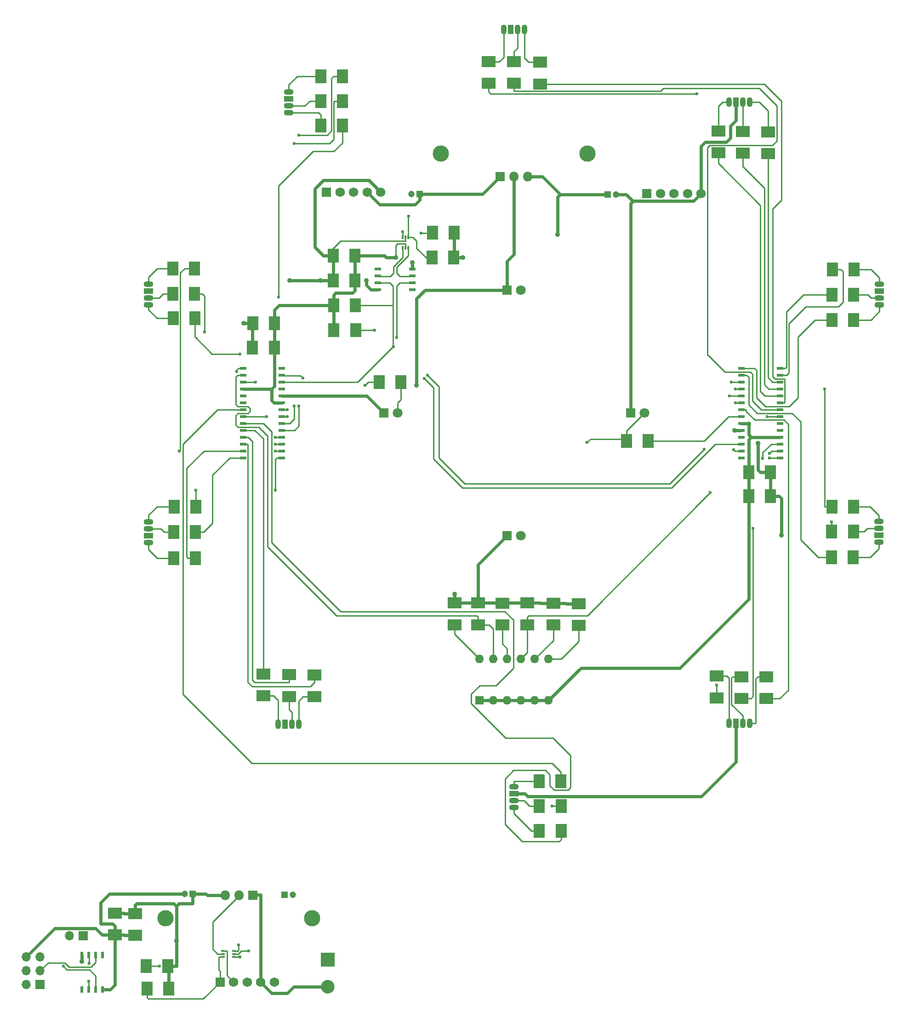
<source format=gtl>
G04 #@! TF.FileFunction,Copper,L1,Top,Signal*
%FSLAX46Y46*%
G04 Gerber Fmt 4.6, Leading zero omitted, Abs format (unit mm)*
G04 Created by KiCad (PCBNEW 4.0.7) date 02/24/18 14:32:59*
%MOMM*%
%LPD*%
G01*
G04 APERTURE LIST*
%ADD10C,0.100000*%
%ADD11C,3.000000*%
%ADD12R,1.200000X1.200000*%
%ADD13C,1.200000*%
%ADD14R,2.000000X2.500000*%
%ADD15R,2.500000X2.000000*%
%ADD16O,1.800000X1.070000*%
%ADD17R,1.800000X1.070000*%
%ADD18O,1.070000X1.800000*%
%ADD19R,1.070000X1.800000*%
%ADD20R,1.800000X1.800000*%
%ADD21C,1.800000*%
%ADD22R,1.750000X1.750000*%
%ADD23C,1.750000*%
%ADD24R,1.700000X1.700000*%
%ADD25O,1.700000X1.700000*%
%ADD26R,2.500000X2.500000*%
%ADD27C,2.500000*%
%ADD28R,1.600000X1.600000*%
%ADD29O,1.600000X1.600000*%
%ADD30O,1.800000X1.800000*%
%ADD31R,0.375000X0.800000*%
%ADD32R,0.300000X0.800000*%
%ADD33R,1.143000X0.508000*%
%ADD34R,0.800000X0.375000*%
%ADD35R,0.800000X0.300000*%
%ADD36R,0.508000X1.143000*%
%ADD37C,0.900000*%
%ADD38C,0.600000*%
%ADD39C,0.600000*%
%ADD40C,0.250000*%
G04 APERTURE END LIST*
D10*
D11*
X79514800Y-43230800D03*
X106514800Y-43230800D03*
D12*
X75590400Y-50698400D03*
D13*
X74090400Y-50698400D03*
D12*
X110286800Y-50749200D03*
D13*
X111786800Y-50749200D03*
D14*
X59671200Y-61976000D03*
X63671200Y-61976000D03*
X59671200Y-66598800D03*
X63671200Y-66598800D03*
X44888400Y-74472800D03*
X48888400Y-74472800D03*
X44837600Y-78943200D03*
X48837600Y-78943200D03*
X140226800Y-106324400D03*
X136226800Y-106324400D03*
X140226800Y-101904800D03*
X136226800Y-101904800D03*
D12*
X50749200Y-179679600D03*
D13*
X52249200Y-179679600D03*
D12*
X33832800Y-179527200D03*
D13*
X32332800Y-179527200D03*
D15*
X19456400Y-187064400D03*
X19456400Y-183064400D03*
X23215600Y-187166000D03*
X23215600Y-183166000D03*
D16*
X93014800Y-159766000D03*
D17*
X93014800Y-161036000D03*
D16*
X93014800Y-162306000D03*
X93014800Y-163576000D03*
D18*
X49530000Y-148285200D03*
D19*
X50800000Y-148285200D03*
D18*
X52070000Y-148285200D03*
X53340000Y-148285200D03*
D16*
X25704800Y-114808000D03*
D17*
X25704800Y-113538000D03*
D16*
X25704800Y-112268000D03*
X25704800Y-110998000D03*
X25654000Y-67259200D03*
D17*
X25654000Y-68529200D03*
D16*
X25654000Y-69799200D03*
X25654000Y-71069200D03*
X51511200Y-31902400D03*
D17*
X51511200Y-33172400D03*
D16*
X51511200Y-34442400D03*
X51511200Y-35712400D03*
D20*
X69037200Y-90932000D03*
D21*
X71577200Y-90932000D03*
D20*
X91744800Y-68326000D03*
D21*
X94284800Y-68326000D03*
D18*
X91084400Y-20320000D03*
D19*
X92354400Y-20320000D03*
D18*
X93624400Y-20320000D03*
X94894400Y-20320000D03*
X132638800Y-33731200D03*
D19*
X133908800Y-33731200D03*
D18*
X135178800Y-33731200D03*
X136448800Y-33731200D03*
D16*
X160324800Y-67259200D03*
D17*
X160324800Y-68529200D03*
D16*
X160324800Y-69799200D03*
X160324800Y-71069200D03*
X160223200Y-114757200D03*
D17*
X160223200Y-113487200D03*
D16*
X160223200Y-112217200D03*
X160223200Y-110947200D03*
D18*
X132588000Y-148132800D03*
D19*
X133858000Y-148132800D03*
D18*
X135128000Y-148132800D03*
X136398000Y-148132800D03*
D20*
X114452400Y-90982800D03*
D21*
X116992400Y-90982800D03*
D20*
X91694000Y-113588800D03*
D21*
X94234000Y-113588800D03*
D22*
X58470800Y-50292000D03*
D23*
X60970800Y-50292000D03*
X63470800Y-50292000D03*
X65970800Y-50292000D03*
X68470800Y-50292000D03*
D22*
X117449600Y-50596800D03*
D23*
X119949600Y-50596800D03*
X122449600Y-50596800D03*
X124949600Y-50596800D03*
X127449600Y-50596800D03*
D24*
X5689600Y-196189600D03*
D25*
X3149600Y-196189600D03*
X5689600Y-193649600D03*
X3149600Y-193649600D03*
X5689600Y-191109600D03*
X3149600Y-191109600D03*
D26*
X58674000Y-191668400D03*
D27*
X58674000Y-196668400D03*
D22*
X38862000Y-195783200D03*
D23*
X41362000Y-195783200D03*
X43862000Y-195783200D03*
X46362000Y-195783200D03*
X48862000Y-195783200D03*
D14*
X82010000Y-57810400D03*
X78010000Y-57810400D03*
X81908400Y-62382400D03*
X77908400Y-62382400D03*
X59772800Y-71170800D03*
X63772800Y-71170800D03*
X59823600Y-75692000D03*
X63823600Y-75692000D03*
D15*
X82092800Y-129965200D03*
X82092800Y-125965200D03*
X86360000Y-129965200D03*
X86360000Y-125965200D03*
X90881200Y-130016000D03*
X90881200Y-126016000D03*
X95453200Y-129965200D03*
X95453200Y-125965200D03*
X100228400Y-130016000D03*
X100228400Y-126016000D03*
X104902000Y-130117600D03*
X104902000Y-126117600D03*
D14*
X97618800Y-158800800D03*
X101618800Y-158800800D03*
X97669600Y-163322000D03*
X101669600Y-163322000D03*
X97669600Y-167894000D03*
X101669600Y-167894000D03*
D15*
X46837600Y-143071600D03*
X46837600Y-139071600D03*
X51562000Y-143173200D03*
X51562000Y-139173200D03*
X56235600Y-143224000D03*
X56235600Y-139224000D03*
D14*
X30308800Y-117703600D03*
X34308800Y-117703600D03*
X30308800Y-112877600D03*
X34308800Y-112877600D03*
X30410400Y-108204000D03*
X34410400Y-108204000D03*
X30156400Y-64363600D03*
X34156400Y-64363600D03*
X30156400Y-69037200D03*
X34156400Y-69037200D03*
X30207200Y-73558400D03*
X34207200Y-73558400D03*
X57385200Y-28956000D03*
X61385200Y-28956000D03*
X57385200Y-33528000D03*
X61385200Y-33528000D03*
X57385200Y-38049200D03*
X61385200Y-38049200D03*
X68154800Y-85293200D03*
X72154800Y-85293200D03*
D15*
X88290400Y-30295600D03*
X88290400Y-26295600D03*
X93014800Y-30295600D03*
X93014800Y-26295600D03*
X97790000Y-30397200D03*
X97790000Y-26397200D03*
X130657600Y-43046400D03*
X130657600Y-39046400D03*
X135128000Y-43148000D03*
X135128000Y-39148000D03*
X139801600Y-43198800D03*
X139801600Y-39198800D03*
D14*
X151619200Y-64516000D03*
X155619200Y-64516000D03*
X151568400Y-69189600D03*
X155568400Y-69189600D03*
X151568400Y-73863200D03*
X155568400Y-73863200D03*
X151466800Y-117551200D03*
X155466800Y-117551200D03*
X151517600Y-112826800D03*
X155517600Y-112826800D03*
X151568400Y-108254800D03*
X155568400Y-108254800D03*
D15*
X130352800Y-143427200D03*
X130352800Y-139427200D03*
X134874000Y-143528800D03*
X134874000Y-139528800D03*
X139496800Y-143579600D03*
X139496800Y-139579600D03*
D14*
X117722400Y-96113600D03*
X113722400Y-96113600D03*
X29381200Y-196951600D03*
X25381200Y-196951600D03*
X29228800Y-192836800D03*
X25228800Y-192836800D03*
D28*
X86664800Y-143865600D03*
D29*
X99364800Y-136245600D03*
X89204800Y-143865600D03*
X96824800Y-136245600D03*
X91744800Y-143865600D03*
X94284800Y-136245600D03*
X94284800Y-143865600D03*
X91744800Y-136245600D03*
X96824800Y-143865600D03*
X89204800Y-136245600D03*
X99364800Y-143865600D03*
X86664800Y-136245600D03*
D20*
X90474800Y-47447200D03*
D30*
X93014800Y-47447200D03*
X95554800Y-47447200D03*
D31*
X73537100Y-58588400D03*
X72462100Y-58588400D03*
D32*
X72999600Y-60588400D03*
X72999600Y-58588400D03*
D31*
X72462100Y-60588400D03*
X73537100Y-60588400D03*
D33*
X74256900Y-64477900D03*
X74256900Y-65747900D03*
X74256900Y-67017900D03*
X74256900Y-68287900D03*
X67906900Y-68287900D03*
X67906900Y-67017900D03*
X67906900Y-65747900D03*
X67906900Y-64477900D03*
X50190400Y-99237800D03*
X50190400Y-97967800D03*
X50190400Y-96697800D03*
X50190400Y-95427800D03*
X50190400Y-94157800D03*
X50190400Y-92887800D03*
X50190400Y-91617800D03*
X50190400Y-90347800D03*
X50190400Y-89077800D03*
X50190400Y-87807800D03*
X50190400Y-86537800D03*
X50190400Y-85267800D03*
X50190400Y-83997800D03*
X50190400Y-82727800D03*
X43078400Y-82727800D03*
X43078400Y-83997800D03*
X43078400Y-85267800D03*
X43078400Y-86537800D03*
X43078400Y-87807800D03*
X43078400Y-89077800D03*
X43078400Y-90347800D03*
X43078400Y-91617800D03*
X43078400Y-92887800D03*
X43078400Y-94157800D03*
X43078400Y-95427800D03*
X43078400Y-96697800D03*
X43078400Y-97967800D03*
X43078400Y-99237800D03*
X134874000Y-82727800D03*
X134874000Y-83997800D03*
X134874000Y-85267800D03*
X134874000Y-86537800D03*
X134874000Y-87807800D03*
X134874000Y-89077800D03*
X134874000Y-90347800D03*
X134874000Y-91617800D03*
X134874000Y-92887800D03*
X134874000Y-94157800D03*
X134874000Y-95427800D03*
X134874000Y-96697800D03*
X134874000Y-97967800D03*
X134874000Y-99237800D03*
X141986000Y-99237800D03*
X141986000Y-97967800D03*
X141986000Y-96697800D03*
X141986000Y-95427800D03*
X141986000Y-94157800D03*
X141986000Y-92887800D03*
X141986000Y-91617800D03*
X141986000Y-90347800D03*
X141986000Y-89077800D03*
X141986000Y-87807800D03*
X141986000Y-86537800D03*
X141986000Y-85267800D03*
X141986000Y-83997800D03*
X141986000Y-82727800D03*
D20*
X44856400Y-179781200D03*
D30*
X42316400Y-179781200D03*
X39776400Y-179781200D03*
D34*
X39386000Y-190064100D03*
X39386000Y-191139100D03*
D35*
X41386000Y-190601600D03*
X39386000Y-190601600D03*
D34*
X41386000Y-191139100D03*
X41386000Y-190064100D03*
D36*
X13436600Y-190779400D03*
X14706600Y-190779400D03*
X15976600Y-190779400D03*
X17246600Y-190779400D03*
X17246600Y-197129400D03*
X15976600Y-197129400D03*
X14706600Y-197129400D03*
X13436600Y-197129400D03*
D11*
X55816400Y-184048400D03*
X28816400Y-184048400D03*
D24*
X13614400Y-187198000D03*
D25*
X11074400Y-187198000D03*
D37*
X57302400Y-66586100D03*
X65811400Y-66598800D03*
X133652400Y-94157800D03*
X43238300Y-74472800D03*
X51685000Y-66598800D03*
X75057000Y-85859000D03*
X137955000Y-96584700D03*
X142239900Y-113487000D03*
X82092800Y-124314900D03*
X74244200Y-63309500D03*
X83558500Y-62382400D03*
X136227000Y-93037800D03*
X71247000Y-62382400D03*
X101041200Y-58115200D03*
D38*
X106476800Y-96367600D03*
X76454000Y-84582000D03*
X70764400Y-78765400D03*
X67348100Y-75730100D03*
X133477000Y-97751900D03*
X128028700Y-97650300D03*
X77063600Y-84023200D03*
X54127400Y-84569300D03*
X71412100Y-77063600D03*
X41938800Y-83339600D03*
X45427400Y-85267800D03*
X129171900Y-105642200D03*
X140017900Y-99237800D03*
X140017900Y-98437700D03*
X138777300Y-99354800D03*
X51262000Y-90347800D03*
X65551700Y-85859000D03*
X99969800Y-163322000D03*
X47394300Y-91617800D03*
X49016400Y-105225600D03*
X34410400Y-105225600D03*
X31387900Y-97967800D03*
X49016400Y-97967800D03*
X35982400Y-76073000D03*
X49016400Y-96697800D03*
X42563900Y-80130800D03*
X49016400Y-95427800D03*
X53356100Y-39799300D03*
X53356100Y-89722700D03*
X52485100Y-41396100D03*
X52485100Y-89722700D03*
X49637700Y-69595700D03*
X51262000Y-91617800D03*
X126649900Y-32172400D03*
X139605700Y-91637600D03*
X133002300Y-85267800D03*
X151518000Y-111076900D03*
X150192900Y-86537800D03*
X133802400Y-86537800D03*
X130353000Y-141126800D03*
X132727200Y-87807800D03*
X137027100Y-112236000D03*
X133802400Y-89077800D03*
X73558400Y-54724300D03*
X75920600Y-57848500D03*
X72478900Y-57619900D03*
X44145200Y-190017400D03*
D37*
X13436600Y-192000600D03*
X30816500Y-188170400D03*
D38*
X9969500Y-192849500D03*
X27728700Y-192837000D03*
X14706600Y-195643500D03*
X42519600Y-191135000D03*
X14770100Y-192328800D03*
X42265600Y-188963300D03*
D39*
X68277400Y-52598600D02*
X65970800Y-50292000D01*
X74796700Y-52598600D02*
X68277400Y-52598600D01*
X75590400Y-51804900D02*
X74796700Y-52598600D01*
X75590400Y-50698400D02*
X75590400Y-51804900D01*
X87223600Y-50698400D02*
X90474800Y-47447200D01*
X75590400Y-50698400D02*
X87223600Y-50698400D01*
X67906900Y-68287900D02*
X66687700Y-68287900D01*
X57302400Y-66586100D02*
X57302400Y-66598800D01*
X65811400Y-67411600D02*
X65811400Y-66598800D01*
X66687700Y-68287900D02*
X65811400Y-67411600D01*
D40*
X72999600Y-58588400D02*
X72999600Y-59347100D01*
X61074300Y-59309000D02*
X59283600Y-61061600D01*
X72971502Y-59319002D02*
X61074300Y-59309000D01*
X72999600Y-59347100D02*
X72971502Y-59319002D01*
X59283600Y-61061600D02*
X59671200Y-61976000D01*
D39*
X133652400Y-94157800D02*
X134874000Y-94157800D01*
X65913000Y-87807800D02*
X50190400Y-87807800D01*
X69037200Y-90932000D02*
X65913000Y-87807800D01*
X75057000Y-71704200D02*
X75057000Y-85859000D01*
X75057000Y-69913500D02*
X75057000Y-71704200D01*
X76644500Y-68326000D02*
X75057000Y-69913500D01*
X91744800Y-68326000D02*
X76644500Y-68326000D01*
X82092800Y-125965000D02*
X83992900Y-125965000D01*
X86360000Y-125965000D02*
X83992900Y-125965000D01*
X113679400Y-50749200D02*
X114902100Y-51971900D01*
X111787000Y-50749200D02*
X113679400Y-50749200D01*
X140227000Y-106324000D02*
X140227000Y-101905000D01*
X59671200Y-61976000D02*
X59671200Y-66598800D01*
X90881200Y-125965000D02*
X90881200Y-126016000D01*
X102616000Y-126118000D02*
X104902000Y-126118000D01*
X102514000Y-126016000D02*
X102616000Y-126118000D01*
X100228000Y-126016000D02*
X102514000Y-126016000D01*
X97866100Y-126016000D02*
X100228000Y-126016000D01*
X97815100Y-125965000D02*
X97866100Y-126016000D01*
X95453200Y-125965000D02*
X97815100Y-125965000D01*
X44837600Y-74472800D02*
X44888400Y-74472800D01*
X137955000Y-101508100D02*
X137955000Y-96584700D01*
X138351900Y-101905000D02*
X137955000Y-101508100D01*
X140227000Y-101905000D02*
X138351900Y-101905000D01*
X142239900Y-106720900D02*
X142239900Y-113487000D01*
X141843000Y-106324000D02*
X142239900Y-106720900D01*
X140227000Y-106324000D02*
X141843000Y-106324000D01*
X59671200Y-66598800D02*
X57302400Y-66598800D01*
X57302400Y-66598800D02*
X51685000Y-66598800D01*
X126074900Y-51971900D02*
X114902100Y-51971900D01*
X127450000Y-50596800D02*
X126074900Y-51971900D01*
X86360000Y-118923000D02*
X86360000Y-125965000D01*
X91694000Y-113589000D02*
X86360000Y-118923000D01*
X82092800Y-125965000D02*
X82092800Y-124314900D01*
X93014800Y-61747400D02*
X93014800Y-47447200D01*
X91744800Y-63017400D02*
X93014800Y-61747400D01*
X91744800Y-68326000D02*
X91744800Y-63017400D01*
X133909000Y-37139900D02*
X133909000Y-33731200D01*
X132893000Y-38155900D02*
X133909000Y-37139900D01*
X132893000Y-40302500D02*
X132893000Y-38155900D01*
X132099300Y-41096200D02*
X132893000Y-40302500D01*
X128243800Y-41096200D02*
X132099300Y-41096200D01*
X127450000Y-41890000D02*
X128243800Y-41096200D01*
X127450000Y-50596800D02*
X127450000Y-41890000D01*
X114452000Y-52422000D02*
X114902100Y-51971900D01*
X114452000Y-90982800D02*
X114452000Y-52422000D01*
X133858000Y-155221900D02*
X133858000Y-148133000D01*
X127508000Y-161571900D02*
X133858000Y-155221900D01*
X95534800Y-161571900D02*
X127508000Y-161571900D01*
X94998900Y-161036000D02*
X95534800Y-161571900D01*
X93014800Y-161036000D02*
X94998900Y-161036000D01*
X93014800Y-161036000D02*
X93014800Y-161036000D01*
X66295600Y-48116800D02*
X68470800Y-50292000D01*
X57883100Y-48116800D02*
X66295600Y-48116800D01*
X56295600Y-49704300D02*
X57883100Y-48116800D01*
X56295600Y-60388500D02*
X56295600Y-49704300D01*
X57883100Y-61976000D02*
X56295600Y-60388500D01*
X59671200Y-61976000D02*
X57883100Y-61976000D01*
X86360000Y-125965000D02*
X90881200Y-125965000D01*
X95453200Y-125965000D02*
X90881200Y-125965000D01*
X43238300Y-74472800D02*
X44837600Y-74472800D01*
X44837600Y-74472800D02*
X44837600Y-78943200D01*
X74295000Y-63360300D02*
X74295000Y-64363600D01*
X74244200Y-63309500D02*
X74295000Y-63360300D01*
X74295000Y-64363600D02*
X74256900Y-64477900D01*
D40*
X72999600Y-60588400D02*
X72999600Y-59842400D01*
X71247000Y-62280800D02*
X71247000Y-62382400D01*
X71247000Y-60172600D02*
X71247000Y-62280800D01*
X71602600Y-59817000D02*
X71247000Y-60172600D01*
X72974200Y-59817000D02*
X71602600Y-59817000D01*
X72999600Y-59842400D02*
X72974200Y-59817000D01*
X71272400Y-62382400D02*
X71247000Y-62382400D01*
X71247000Y-62382400D02*
X71247000Y-62382400D01*
D39*
X48784400Y-89077800D02*
X50190400Y-89077800D01*
X48387500Y-88680900D02*
X48784400Y-89077800D01*
X48387500Y-86537800D02*
X48387500Y-88680900D01*
X136677100Y-95427800D02*
X141986000Y-95427800D01*
X136077000Y-92887800D02*
X134874000Y-92887800D01*
X136227000Y-93037800D02*
X136077000Y-92887800D01*
X48387500Y-86537800D02*
X43078400Y-86537800D01*
X89204800Y-143866000D02*
X86664800Y-143866000D01*
X89204800Y-143866000D02*
X91744800Y-143866000D01*
X91744800Y-143866000D02*
X94284800Y-143866000D01*
X94284800Y-143866000D02*
X96824800Y-143866000D01*
X96824800Y-143866000D02*
X99364800Y-143866000D01*
X69497700Y-62382400D02*
X71247000Y-62382400D01*
X69091300Y-61976000D02*
X69497700Y-62382400D01*
X63671200Y-61976000D02*
X69091300Y-61976000D01*
X136227000Y-94977700D02*
X136227000Y-93037800D01*
X136677100Y-95427800D02*
X136227000Y-94977700D01*
X136227000Y-106324000D02*
X136227000Y-101905000D01*
X48837600Y-74472800D02*
X48837600Y-78943200D01*
X48888400Y-74472800D02*
X48837600Y-74472800D01*
X59823600Y-71170800D02*
X59823600Y-75692000D01*
X59772800Y-71170800D02*
X59823600Y-71170800D01*
X63671200Y-61976000D02*
X63671200Y-66598800D01*
X82010000Y-62382400D02*
X81908400Y-62382400D01*
X136227000Y-95877900D02*
X136677100Y-95427800D01*
X136227000Y-101905000D02*
X136227000Y-95877900D01*
X48837600Y-86087700D02*
X48387500Y-86537800D01*
X48837600Y-78943200D02*
X48837600Y-86087700D01*
X59772800Y-69281700D02*
X59772800Y-71170800D01*
X60169700Y-68884800D02*
X59772800Y-69281700D01*
X63274300Y-68884800D02*
X60169700Y-68884800D01*
X63671200Y-68487900D02*
X63274300Y-68884800D01*
X63671200Y-66598800D02*
X63671200Y-68487900D01*
X98205100Y-47447200D02*
X95554800Y-47447200D01*
X101507100Y-50749200D02*
X98205100Y-47447200D01*
X101507100Y-50749200D02*
X110287000Y-50749200D01*
X101057000Y-51199300D02*
X101041200Y-58115200D01*
X101507100Y-50749200D02*
X101057000Y-51199300D01*
X49682200Y-71170800D02*
X59772800Y-71170800D01*
X48888400Y-71964600D02*
X49682200Y-71170800D01*
X48888400Y-74472800D02*
X48888400Y-71964600D01*
X105303900Y-137926900D02*
X99364800Y-143866000D01*
X123527000Y-137926900D02*
X105303900Y-137926900D01*
X136227000Y-125226900D02*
X123527000Y-137926900D01*
X136227000Y-106324000D02*
X136227000Y-125226900D01*
X83558500Y-62382400D02*
X82010000Y-62382400D01*
X82010000Y-62382400D02*
X82010000Y-57810400D01*
D40*
X71577200Y-90932000D02*
X71526400Y-90728800D01*
X94284800Y-68326000D02*
X94386400Y-68427600D01*
X72154800Y-88517900D02*
X72154800Y-85293200D01*
X71577200Y-89095500D02*
X72154800Y-88517900D01*
X71577200Y-90932000D02*
X71577200Y-89095500D01*
X88290400Y-26295600D02*
X88341200Y-26314400D01*
X91084400Y-25501900D02*
X91084400Y-20320000D01*
X90290700Y-26295600D02*
X91084400Y-25501900D01*
X88290400Y-26295600D02*
X90290700Y-26295600D01*
X93014800Y-26295600D02*
X93014800Y-26111200D01*
X93624400Y-23850700D02*
X93624400Y-20320000D01*
X93014800Y-24460300D02*
X93624400Y-23850700D01*
X93014800Y-26295600D02*
X93014800Y-24460300D01*
X94894400Y-20320000D02*
X94894400Y-20929600D01*
X97790000Y-26397200D02*
X97790000Y-26568400D01*
X95688200Y-26397200D02*
X97790000Y-26397200D01*
X94894400Y-25603500D02*
X95688200Y-26397200D01*
X94894400Y-20320000D02*
X94894400Y-25603500D01*
X131451800Y-33731200D02*
X132639000Y-33731200D01*
X130658000Y-34525000D02*
X131451800Y-33731200D01*
X130658000Y-39046400D02*
X130658000Y-34525000D01*
X135179000Y-37254700D02*
X135179000Y-33731200D01*
X135128000Y-37305700D02*
X135179000Y-37254700D01*
X135128000Y-39148000D02*
X135128000Y-37305700D01*
X138214500Y-33731200D02*
X136449000Y-33731200D01*
X139802000Y-35318700D02*
X138214500Y-33731200D01*
X139802000Y-39198800D02*
X139802000Y-35318700D01*
X160325000Y-66103500D02*
X160325000Y-67259200D01*
X158737500Y-64516000D02*
X160325000Y-66103500D01*
X155619000Y-64516000D02*
X158737500Y-64516000D01*
X158784600Y-69799200D02*
X160325000Y-69799200D01*
X158175000Y-69189600D02*
X158784600Y-69799200D01*
X155568000Y-69189600D02*
X158175000Y-69189600D01*
X160325000Y-72275700D02*
X160325000Y-71069200D01*
X158737500Y-73863200D02*
X160325000Y-72275700D01*
X155568000Y-73863200D02*
X158737500Y-73863200D01*
X160223000Y-115963500D02*
X160223000Y-114757000D01*
X158635500Y-117551000D02*
X160223000Y-115963500D01*
X155467000Y-117551000D02*
X158635500Y-117551000D01*
X107086400Y-95758000D02*
X113030000Y-95758000D01*
X106476800Y-96367600D02*
X107086400Y-95758000D01*
X113030000Y-95758000D02*
X113722400Y-96113600D01*
X113722000Y-94252800D02*
X116992000Y-90982800D01*
X113722000Y-96113600D02*
X113722000Y-94252800D01*
X70713600Y-78790800D02*
X70739000Y-78790800D01*
X130073400Y-96697800D02*
X134493000Y-96697800D01*
X122034300Y-104736900D02*
X130073400Y-96697800D01*
X83502500Y-104736900D02*
X122034300Y-104736900D01*
X78181200Y-99415600D02*
X83502500Y-104736900D01*
X78181200Y-86309200D02*
X78181200Y-99415600D01*
X76454000Y-84582000D02*
X78181200Y-86309200D01*
X70739000Y-78790800D02*
X70764400Y-78765400D01*
X134493000Y-96697800D02*
X134874000Y-96697800D01*
X70713600Y-71170800D02*
X70713600Y-78790800D01*
X70713600Y-78790800D02*
X70713600Y-78803500D01*
X64198500Y-85318600D02*
X50533300Y-85318600D01*
X70713600Y-78803500D02*
X64198500Y-85318600D01*
X50533300Y-85318600D02*
X50190400Y-85267800D01*
X63772800Y-71170800D02*
X70713600Y-71170800D01*
X70713600Y-71170800D02*
X70700900Y-71170800D01*
X67906900Y-67017900D02*
X70142100Y-67017900D01*
X70700900Y-67576700D02*
X70700900Y-71170800D01*
X70700900Y-71170800D02*
X70700900Y-71285100D01*
X70142100Y-67017900D02*
X70700900Y-67576700D01*
X63823600Y-75692000D02*
X67310000Y-75692000D01*
X67310000Y-75692000D02*
X67348100Y-75730100D01*
X133731000Y-98005900D02*
X134696200Y-98005900D01*
X133477000Y-97751900D02*
X133731000Y-98005900D01*
X121704100Y-103974900D02*
X128028700Y-97650300D01*
X83908900Y-103974900D02*
X121704100Y-103974900D01*
X79197200Y-99263200D02*
X83908900Y-103974900D01*
X79197200Y-86156800D02*
X79197200Y-99263200D01*
X77063600Y-84023200D02*
X79197200Y-86156800D01*
X134696200Y-98005900D02*
X134874000Y-97967800D01*
X71412100Y-71196200D02*
X71412100Y-77063600D01*
X53644800Y-84086700D02*
X50520600Y-84086700D01*
X54127400Y-84569300D02*
X53644800Y-84086700D01*
X50520600Y-84086700D02*
X50190400Y-83997800D01*
X74256900Y-67017900D02*
X71996300Y-67017900D01*
X71412100Y-67602100D02*
X71412100Y-71196200D01*
X71412100Y-71196200D02*
X71412100Y-71234300D01*
X71996300Y-67017900D02*
X71412100Y-67602100D01*
X134518400Y-97993200D02*
X134874000Y-97967800D01*
X42238800Y-82727800D02*
X43078400Y-82727800D01*
X41938800Y-83027800D02*
X42238800Y-82727800D01*
X41938800Y-83339600D02*
X41938800Y-83027800D01*
X82092800Y-131674000D02*
X82092800Y-129965000D01*
X86664800Y-136246000D02*
X82092800Y-131674000D01*
X42128600Y-83997800D02*
X43078400Y-83997800D01*
X41731700Y-84394700D02*
X42128600Y-83997800D01*
X41731700Y-89371800D02*
X41731700Y-84394700D01*
X42128600Y-89768700D02*
X41731700Y-89371800D01*
X44028200Y-89768700D02*
X42128600Y-89768700D01*
X44425100Y-90165600D02*
X44028200Y-89768700D01*
X44425100Y-90641800D02*
X44425100Y-90165600D01*
X44028200Y-91038700D02*
X44425100Y-90641800D01*
X42128600Y-91038700D02*
X44028200Y-91038700D01*
X41731700Y-91435600D02*
X42128600Y-91038700D01*
X41731700Y-93181800D02*
X41731700Y-91435600D01*
X42128600Y-93578700D02*
X41731700Y-93181800D01*
X46026900Y-93578700D02*
X42128600Y-93578700D01*
X47614400Y-95166200D02*
X46026900Y-93578700D01*
X47614400Y-115602500D02*
X47614400Y-95166200D01*
X60314400Y-128302500D02*
X47614400Y-115602500D01*
X86110000Y-128302500D02*
X60314400Y-128302500D01*
X86360000Y-128552500D02*
X86110000Y-128302500D01*
X86360000Y-129965000D02*
X86360000Y-128552500D01*
X89204800Y-130758800D02*
X89204800Y-136246000D01*
X88411100Y-129965000D02*
X89204800Y-130758800D01*
X86360000Y-129965000D02*
X88411100Y-129965000D01*
X45427400Y-85267800D02*
X43078400Y-85267800D01*
X90881200Y-133497400D02*
X90881200Y-130016000D01*
X91744800Y-134361000D02*
X90881200Y-133497400D01*
X91744800Y-136246000D02*
X91744800Y-134361000D01*
X106511700Y-128302500D02*
X129171900Y-105642200D01*
X95703200Y-128302500D02*
X106511700Y-128302500D01*
X95453200Y-128552500D02*
X95703200Y-128302500D01*
X95453200Y-129965000D02*
X95453200Y-128552500D01*
X140017900Y-99237800D02*
X141986000Y-99237800D01*
X140017900Y-99237800D02*
X140017900Y-99237800D01*
X95453200Y-135077600D02*
X94284800Y-136246000D01*
X95453200Y-129965000D02*
X95453200Y-135077600D01*
X140487800Y-97967800D02*
X141986000Y-97967800D01*
X140017900Y-98437700D02*
X140487800Y-97967800D01*
X100228000Y-132842800D02*
X100228000Y-130016000D01*
X96824800Y-136246000D02*
X100228000Y-132842800D01*
X140364800Y-96697800D02*
X141986000Y-96697800D01*
X138777300Y-98285300D02*
X140364800Y-96697800D01*
X138777300Y-99354800D02*
X138777300Y-98285300D01*
X104902000Y-133071000D02*
X104902000Y-130118000D01*
X101727000Y-136246000D02*
X104902000Y-133071000D01*
X99364800Y-136246000D02*
X101727000Y-136246000D01*
X50190400Y-90347800D02*
X50190400Y-90347800D01*
X51262000Y-90347800D02*
X50190400Y-90347800D01*
X51262000Y-90347800D02*
X51262000Y-90347800D01*
X66117500Y-85293200D02*
X68154800Y-85293200D01*
X65551700Y-85859000D02*
X66117500Y-85293200D01*
X132489700Y-91617800D02*
X134874000Y-91617800D01*
X127993900Y-96113600D02*
X132489700Y-91617800D01*
X117722000Y-96113600D02*
X127993900Y-96113600D01*
X101618800Y-157059900D02*
X101618800Y-158801000D01*
X100031300Y-155472400D02*
X101618800Y-157059900D01*
X44713000Y-155472400D02*
X100031300Y-155472400D01*
X32013000Y-142772400D02*
X44713000Y-155472400D01*
X32013000Y-96697800D02*
X32013000Y-142772400D01*
X38363000Y-90347800D02*
X32013000Y-96697800D01*
X43078400Y-90347800D02*
X38363000Y-90347800D01*
X101669600Y-162895200D02*
X101669600Y-163322000D01*
X101242800Y-163322000D02*
X101669600Y-162895200D01*
X99969800Y-163322000D02*
X101242800Y-163322000D01*
X47394300Y-91617800D02*
X43078400Y-91617800D01*
X101669600Y-169522300D02*
X101669600Y-167894000D01*
X101272700Y-169919200D02*
X101669600Y-169522300D01*
X94514600Y-169919200D02*
X101272700Y-169919200D01*
X91339600Y-166744200D02*
X94514600Y-169919200D01*
X91339600Y-158363300D02*
X91339600Y-166744200D01*
X92927100Y-156775800D02*
X91339600Y-158363300D01*
X98825100Y-156775800D02*
X92927100Y-156775800D01*
X99618800Y-157569600D02*
X98825100Y-156775800D01*
X99618800Y-159617200D02*
X99618800Y-157569600D01*
X100412600Y-160410900D02*
X99618800Y-159617200D01*
X102997100Y-160410900D02*
X100412600Y-160410900D01*
X103394000Y-160014000D02*
X102997100Y-160410900D01*
X103394000Y-154038100D02*
X103394000Y-160014000D01*
X100219000Y-150863100D02*
X103394000Y-154038100D01*
X91439600Y-150863100D02*
X100219000Y-150863100D01*
X85089600Y-144513100D02*
X91439600Y-150863100D01*
X85089600Y-142728200D02*
X85089600Y-144513100D01*
X86677100Y-141140700D02*
X85089600Y-142728200D01*
X89694900Y-141140700D02*
X86677100Y-141140700D01*
X92869900Y-137965700D02*
X89694900Y-141140700D01*
X92869900Y-129102400D02*
X92869900Y-137965700D01*
X91282400Y-127514900D02*
X92869900Y-129102400D01*
X61091300Y-127514900D02*
X91282400Y-127514900D01*
X48391300Y-114814900D02*
X61091300Y-127514900D01*
X48391300Y-94475300D02*
X48391300Y-114814900D01*
X46803800Y-92887800D02*
X48391300Y-94475300D01*
X43078400Y-92887800D02*
X46803800Y-92887800D01*
X45250100Y-94157800D02*
X43078400Y-94157800D01*
X46837600Y-95745300D02*
X45250100Y-94157800D01*
X46837600Y-139072000D02*
X46837600Y-95745300D01*
X51562000Y-140549100D02*
X51562000Y-139173000D01*
X45240700Y-140549100D02*
X51562000Y-140549100D01*
X44843800Y-140152200D02*
X45240700Y-140549100D01*
X44843800Y-96221600D02*
X44843800Y-140152200D01*
X44050100Y-95427800D02*
X44843800Y-96221600D01*
X43078400Y-95427800D02*
X44050100Y-95427800D01*
X56235600Y-140579300D02*
X56235600Y-139224000D01*
X55441900Y-141373000D02*
X56235600Y-140579300D01*
X44768800Y-141373000D02*
X55441900Y-141373000D01*
X43975000Y-140579300D02*
X44768800Y-141373000D01*
X43975000Y-96697800D02*
X43975000Y-140579300D01*
X43078400Y-96697800D02*
X43975000Y-96697800D01*
X32973400Y-117704000D02*
X34308800Y-117704000D01*
X32723400Y-117454000D02*
X32973400Y-117704000D01*
X32723400Y-101142800D02*
X32723400Y-117454000D01*
X35898400Y-97967800D02*
X32723400Y-101142800D01*
X43078400Y-97967800D02*
X35898400Y-97967800D01*
X40630500Y-99237800D02*
X43078400Y-99237800D01*
X37455500Y-102412800D02*
X40630500Y-99237800D01*
X37455500Y-111290500D02*
X37455500Y-102412800D01*
X35868000Y-112878000D02*
X37455500Y-111290500D01*
X34308800Y-112878000D02*
X35868000Y-112878000D01*
X49266400Y-99237800D02*
X50190400Y-99237800D01*
X49016400Y-99487800D02*
X49266400Y-99237800D01*
X49016400Y-105225600D02*
X49016400Y-99487800D01*
X34410400Y-105225600D02*
X34410400Y-108204000D01*
X32326100Y-64363600D02*
X34156400Y-64363600D01*
X31532300Y-65157400D02*
X32326100Y-64363600D01*
X31532300Y-97823400D02*
X31532300Y-65157400D01*
X31387900Y-97967800D02*
X31532300Y-97823400D01*
X49016400Y-97967800D02*
X50190400Y-97967800D01*
X35585500Y-69037200D02*
X34156400Y-69037200D01*
X35982400Y-69434100D02*
X35585500Y-69037200D01*
X35982400Y-76073000D02*
X35982400Y-69434100D01*
X49016400Y-96697800D02*
X50190400Y-96697800D01*
X34207200Y-76955800D02*
X34207200Y-73558400D01*
X37382200Y-80130800D02*
X34207200Y-76955800D01*
X42563900Y-80130800D02*
X37382200Y-80130800D01*
X49016400Y-95427800D02*
X50190400Y-95427800D01*
X59782100Y-28956000D02*
X61385200Y-28956000D01*
X59385200Y-29352900D02*
X59782100Y-28956000D01*
X59385200Y-39005500D02*
X59385200Y-29352900D01*
X58591500Y-39799300D02*
X59385200Y-39005500D01*
X53356100Y-39799300D02*
X58591500Y-39799300D01*
X52562300Y-94157800D02*
X50190400Y-94157800D01*
X53356100Y-93364100D02*
X52562300Y-94157800D01*
X53356100Y-89722700D02*
X53356100Y-93364100D01*
X59835300Y-33528000D02*
X61385200Y-33528000D01*
X59835300Y-40602300D02*
X59835300Y-33528000D01*
X59041600Y-41396100D02*
X59835300Y-40602300D01*
X52485100Y-41396100D02*
X59041600Y-41396100D01*
X51691300Y-92887800D02*
X50190400Y-92887800D01*
X52485100Y-92094100D02*
X51691300Y-92887800D01*
X52485100Y-89722700D02*
X52485100Y-92094100D01*
X61385200Y-41231400D02*
X61385200Y-38049200D01*
X59797700Y-42818900D02*
X61385200Y-41231400D01*
X55987700Y-42818900D02*
X59797700Y-42818900D01*
X49637700Y-49168900D02*
X55987700Y-42818900D01*
X49637700Y-69595700D02*
X49637700Y-49168900D01*
X51262000Y-91617800D02*
X50190400Y-91617800D01*
X88290400Y-31775500D02*
X88290400Y-30295600D01*
X88687300Y-32172400D02*
X88290400Y-31775500D01*
X126649900Y-32172400D02*
X88687300Y-32172400D01*
X139625500Y-91617800D02*
X141986000Y-91617800D01*
X139605700Y-91637600D02*
X139625500Y-91617800D01*
X93014800Y-31722300D02*
X93014800Y-30295600D01*
X120002600Y-31722300D02*
X93014800Y-31722300D01*
X120527600Y-31197300D02*
X120002600Y-31722300D01*
X138202100Y-31197300D02*
X120527600Y-31197300D01*
X141377100Y-34372300D02*
X138202100Y-31197300D01*
X141377100Y-40927600D02*
X141377100Y-34372300D01*
X140583400Y-41721300D02*
X141377100Y-40927600D01*
X129047000Y-41721300D02*
X140583400Y-41721300D01*
X128650100Y-42118200D02*
X129047000Y-41721300D01*
X128650100Y-80243700D02*
X128650100Y-42118200D01*
X131825100Y-83418700D02*
X128650100Y-80243700D01*
X136550300Y-83418700D02*
X131825100Y-83418700D01*
X136947100Y-83815600D02*
X136550300Y-83418700D01*
X136947100Y-88760300D02*
X136947100Y-83815600D01*
X138534600Y-90347800D02*
X136947100Y-88760300D01*
X141986000Y-90347800D02*
X138534600Y-90347800D01*
X139102300Y-30397200D02*
X97790000Y-30397200D01*
X142277300Y-33572200D02*
X139102300Y-30397200D01*
X142277300Y-51771000D02*
X142277300Y-33572200D01*
X140670800Y-53377500D02*
X142277300Y-51771000D01*
X140670800Y-84291800D02*
X140670800Y-53377500D01*
X141067600Y-84688700D02*
X140670800Y-84291800D01*
X142882600Y-84688700D02*
X141067600Y-84688700D01*
X142882600Y-89077800D02*
X142882600Y-84688700D01*
X141986000Y-89077800D02*
X142882600Y-89077800D01*
X130658000Y-45015400D02*
X130658000Y-43046400D01*
X138384800Y-52742100D02*
X130658000Y-45015400D01*
X138384800Y-87014100D02*
X138384800Y-52742100D01*
X139178500Y-87807800D02*
X138384800Y-87014100D01*
X141986000Y-87807800D02*
X139178500Y-87807800D01*
X139889700Y-86537800D02*
X141986000Y-86537800D01*
X139096000Y-85744100D02*
X139889700Y-86537800D01*
X139096000Y-49563300D02*
X139096000Y-85744100D01*
X135128000Y-45595300D02*
X139096000Y-49563300D01*
X135128000Y-43148000D02*
X135128000Y-45595300D01*
X140595800Y-85267800D02*
X141986000Y-85267800D01*
X139802000Y-84474100D02*
X140595800Y-85267800D01*
X139802000Y-43198800D02*
X139802000Y-84474100D01*
X143215900Y-83997800D02*
X141986000Y-83997800D01*
X143612800Y-83600900D02*
X143215900Y-83997800D01*
X143612800Y-74554300D02*
X143612800Y-83600900D01*
X146787800Y-71379300D02*
X143612800Y-74554300D01*
X152799800Y-71379300D02*
X146787800Y-71379300D01*
X153593500Y-70585500D02*
X152799800Y-71379300D01*
X153593500Y-64912900D02*
X153593500Y-70585500D01*
X153196600Y-64516000D02*
X153593500Y-64912900D01*
X151619000Y-64516000D02*
X153196600Y-64516000D01*
X142912700Y-82727800D02*
X141986000Y-82727800D01*
X143162700Y-82477800D02*
X142912700Y-82727800D01*
X143162700Y-72364600D02*
X143162700Y-82477800D01*
X146337700Y-69189600D02*
X143162700Y-72364600D01*
X151568000Y-69189600D02*
X146337700Y-69189600D01*
X148475800Y-73863200D02*
X151568000Y-73863200D01*
X145300800Y-77038200D02*
X148475800Y-73863200D01*
X145300800Y-88181200D02*
X145300800Y-77038200D01*
X143713300Y-89768700D02*
X145300800Y-88181200D01*
X139261100Y-89768700D02*
X143713300Y-89768700D01*
X137673600Y-88181200D02*
X139261100Y-89768700D01*
X137673600Y-83124700D02*
X137673600Y-88181200D01*
X137276700Y-82727800D02*
X137673600Y-83124700D01*
X134874000Y-82727800D02*
X137276700Y-82727800D01*
X148997600Y-117551000D02*
X151467000Y-117551000D01*
X145822600Y-114376000D02*
X148997600Y-117551000D01*
X145822600Y-92600000D02*
X145822600Y-114376000D01*
X144235100Y-91012500D02*
X145822600Y-92600000D01*
X137808200Y-91012500D02*
X144235100Y-91012500D01*
X136220700Y-89425000D02*
X137808200Y-91012500D01*
X136220700Y-84394700D02*
X136220700Y-89425000D01*
X135823800Y-83997800D02*
X136220700Y-84394700D01*
X134874000Y-83997800D02*
X135823800Y-83997800D01*
X134733300Y-85267800D02*
X134874000Y-85267800D01*
X134733300Y-85267800D02*
X134733300Y-85267800D01*
X133002300Y-85267800D02*
X134733300Y-85267800D01*
X151518000Y-111076900D02*
X151518000Y-112827000D01*
X150192900Y-108255000D02*
X151568000Y-108255000D01*
X150192900Y-86537800D02*
X150192900Y-108255000D01*
X133802400Y-86537800D02*
X134874000Y-86537800D01*
X130353000Y-141126800D02*
X130353000Y-143427000D01*
X132727200Y-87807800D02*
X134874000Y-87807800D01*
X136630200Y-143529000D02*
X134874000Y-143529000D01*
X137027100Y-143132100D02*
X136630200Y-143529000D01*
X137027100Y-112236000D02*
X137027100Y-143132100D01*
X133802400Y-89077800D02*
X134874000Y-89077800D01*
X141940300Y-143580000D02*
X139497000Y-143580000D01*
X143527800Y-141992500D02*
X141940300Y-143580000D01*
X143527800Y-93056500D02*
X143527800Y-141992500D01*
X142734100Y-92262700D02*
X143527800Y-93056500D01*
X137358100Y-92262700D02*
X142734100Y-92262700D01*
X135770600Y-90675200D02*
X137358100Y-92262700D01*
X135770600Y-90347800D02*
X135770600Y-90675200D01*
X134874000Y-90347800D02*
X135770600Y-90347800D01*
X77908400Y-62382400D02*
X76771500Y-62382400D01*
X74320400Y-58585100D02*
X73533000Y-58585100D01*
X75006200Y-59270900D02*
X74320400Y-58585100D01*
X75006200Y-60617100D02*
X75006200Y-59270900D01*
X76771500Y-62382400D02*
X75006200Y-60617100D01*
X73533000Y-58585100D02*
X73537100Y-58588400D01*
X73537100Y-54745600D02*
X73537100Y-58588400D01*
X73537100Y-58463400D02*
X73537100Y-58588400D01*
X75958700Y-57886600D02*
X77470000Y-57886600D01*
X75920600Y-57848500D02*
X75958700Y-57886600D01*
X77470000Y-57886600D02*
X78010000Y-57810400D01*
X72462100Y-58588400D02*
X72462100Y-57636700D01*
X72462100Y-57636700D02*
X72478900Y-57619900D01*
X72440800Y-58267600D02*
X72462100Y-58588400D01*
D39*
X44957400Y-179680000D02*
X46362000Y-179680000D01*
X44856400Y-179781000D02*
X44957400Y-179680000D01*
X52388900Y-196668000D02*
X58674000Y-196668000D01*
X51268800Y-197788100D02*
X52388900Y-196668000D01*
X48367100Y-197788100D02*
X51268800Y-197788100D01*
X46362000Y-195783000D02*
X48367100Y-197788100D01*
X46362000Y-195783000D02*
X46362000Y-179680000D01*
D40*
X39386000Y-190601600D02*
X38404800Y-190601600D01*
X37490400Y-184708800D02*
X41757600Y-180441600D01*
X37490400Y-189687200D02*
X37490400Y-184708800D01*
X38404800Y-190601600D02*
X37490400Y-189687200D01*
X41757600Y-180441600D02*
X42316400Y-179781200D01*
D39*
X21308500Y-187166000D02*
X23215600Y-187166000D01*
X21206500Y-187064000D02*
X21308500Y-187166000D01*
X19456400Y-187064000D02*
X21206500Y-187064000D01*
X18662700Y-197129000D02*
X17246600Y-197129000D01*
X19456400Y-196335300D02*
X18662700Y-197129000D01*
X19456400Y-187064000D02*
X19456400Y-196335300D01*
X19059500Y-185047800D02*
X16906200Y-185047800D01*
X19456400Y-185444700D02*
X19059500Y-185047800D01*
X19456400Y-187064000D02*
X19456400Y-185444700D01*
X8411700Y-185847900D02*
X3149600Y-191110000D01*
X15911000Y-185847900D02*
X8411700Y-185847900D01*
X17127100Y-187064000D02*
X15911000Y-185847900D01*
X19456400Y-187064000D02*
X17127100Y-187064000D01*
X16906200Y-181114500D02*
X16906200Y-185047800D01*
X18493700Y-179527000D02*
X16906200Y-181114500D01*
X32332800Y-179527000D02*
X18493700Y-179527000D01*
D40*
X41386000Y-190601600D02*
X42151300Y-190601600D01*
X42151300Y-190601600D02*
X42735500Y-190030100D01*
X42735500Y-190030100D02*
X44145200Y-190017400D01*
D39*
X21206500Y-183064000D02*
X19456400Y-183064000D01*
X21308500Y-183166000D02*
X21206500Y-183064000D01*
X23215600Y-183166000D02*
X21308500Y-183166000D01*
X13436600Y-192000600D02*
X13436600Y-190779000D01*
X33832800Y-179527000D02*
X33832800Y-181346500D01*
X30366400Y-181346500D02*
X30816500Y-181796600D01*
X23465600Y-181346500D02*
X30366400Y-181346500D01*
X23215600Y-181596500D02*
X23465600Y-181346500D01*
X23215600Y-183166000D02*
X23215600Y-181596500D01*
X31266600Y-181346500D02*
X30816500Y-181796600D01*
X33832800Y-181346500D02*
X31266600Y-181346500D01*
X29381200Y-192837000D02*
X29228800Y-192837000D01*
X36503700Y-179781000D02*
X39776400Y-179781000D01*
X36249700Y-179527000D02*
X36503700Y-179781000D01*
X33832800Y-179527000D02*
X36249700Y-179527000D01*
X30816500Y-181796600D02*
X30816500Y-188170400D01*
X30816500Y-192837000D02*
X29381200Y-192837000D01*
X30816500Y-188170400D02*
X30816500Y-192837000D01*
X29381200Y-192837000D02*
X29381200Y-196952000D01*
D40*
X93014800Y-158801000D02*
X93014800Y-159766000D01*
X97618800Y-158801000D02*
X93014800Y-158801000D01*
X94878400Y-162306000D02*
X93014800Y-162306000D01*
X95894400Y-163322000D02*
X94878400Y-162306000D01*
X97669600Y-163322000D02*
X95894400Y-163322000D01*
X93014800Y-164719000D02*
X93014800Y-163576000D01*
X96189800Y-167894000D02*
X93014800Y-164719000D01*
X97669600Y-167894000D02*
X96189800Y-167894000D01*
X49530000Y-143865800D02*
X49530000Y-148285000D01*
X48736300Y-143072000D02*
X49530000Y-143865800D01*
X46837600Y-143072000D02*
X48736300Y-143072000D01*
X52070000Y-146062400D02*
X52070000Y-148285000D01*
X51562000Y-145554400D02*
X52070000Y-146062400D01*
X51562000Y-143173000D02*
X51562000Y-145554400D01*
X53340000Y-144017800D02*
X53340000Y-148285000D01*
X54133800Y-143224000D02*
X53340000Y-144017800D01*
X56235600Y-143224000D02*
X54133800Y-143224000D01*
X30308800Y-117704000D02*
X30073600Y-117754000D01*
X25704800Y-116116500D02*
X25704800Y-114808000D01*
X27292300Y-117704000D02*
X25704800Y-116116500D01*
X30308800Y-117704000D02*
X27292300Y-117704000D01*
X30308800Y-112878000D02*
X29819600Y-112827000D01*
X27917700Y-112268000D02*
X25704800Y-112268000D01*
X28527700Y-112878000D02*
X27917700Y-112268000D01*
X30308800Y-112878000D02*
X28527700Y-112878000D01*
X30022800Y-108204000D02*
X29972000Y-108255000D01*
X30410400Y-108204000D02*
X30022800Y-108204000D01*
X25704800Y-109791500D02*
X25704800Y-110998000D01*
X27292300Y-108204000D02*
X25704800Y-109791500D01*
X30410400Y-108204000D02*
X27292300Y-108204000D01*
X30156400Y-64363600D02*
X30022800Y-64465200D01*
X25654000Y-65951100D02*
X25654000Y-67259200D01*
X27241500Y-64363600D02*
X25654000Y-65951100D01*
X30156400Y-64363600D02*
X27241500Y-64363600D01*
X30156400Y-69037200D02*
X29972000Y-69037200D01*
X27617500Y-69799200D02*
X25654000Y-69799200D01*
X28379500Y-69037200D02*
X27617500Y-69799200D01*
X30156400Y-69037200D02*
X28379500Y-69037200D01*
X30105600Y-73558400D02*
X29616400Y-73558400D01*
X25654000Y-71970900D02*
X25654000Y-71069200D01*
X27241500Y-73558400D02*
X25654000Y-71970900D01*
X30207200Y-73558400D02*
X27241500Y-73558400D01*
X57385200Y-28956000D02*
X57048400Y-28905200D01*
X51511200Y-30543500D02*
X51511200Y-31902400D01*
X53098700Y-28956000D02*
X51511200Y-30543500D01*
X57385200Y-28956000D02*
X53098700Y-28956000D01*
X57385200Y-33528000D02*
X57200800Y-33528000D01*
X57385200Y-33528000D02*
X57099200Y-33578800D01*
X54471700Y-34442400D02*
X51511200Y-34442400D01*
X55386100Y-33528000D02*
X54471700Y-34442400D01*
X57385200Y-33528000D02*
X55386100Y-33528000D01*
X57385200Y-38049200D02*
X56794400Y-38100000D01*
X56988300Y-35712400D02*
X51511200Y-35712400D01*
X57385200Y-36109300D02*
X56988300Y-35712400D01*
X57385200Y-38049200D02*
X57385200Y-36109300D01*
X158131100Y-112217000D02*
X160223000Y-112217000D01*
X157521100Y-112827000D02*
X158131100Y-112217000D01*
X155518000Y-112827000D02*
X157521100Y-112827000D01*
X160223000Y-109842500D02*
X160223000Y-110947000D01*
X158635500Y-108255000D02*
X160223000Y-109842500D01*
X155568000Y-108255000D02*
X158635500Y-108255000D01*
X132588000Y-139823900D02*
X132588000Y-148133000D01*
X132191100Y-139427000D02*
X132588000Y-139823900D01*
X130353000Y-139427000D02*
X132191100Y-139427000D01*
X135128000Y-146708000D02*
X135128000Y-148133000D01*
X133038100Y-144618100D02*
X135128000Y-146708000D01*
X133038100Y-139779000D02*
X133038100Y-144618100D01*
X133288100Y-139529000D02*
X133038100Y-139779000D01*
X134874000Y-139529000D02*
X133288100Y-139529000D01*
X137477200Y-148133000D02*
X136398000Y-148133000D01*
X137477200Y-139976900D02*
X137477200Y-148133000D01*
X137874100Y-139580000D02*
X137477200Y-139976900D01*
X139497000Y-139580000D02*
X137874100Y-139580000D01*
X15976600Y-192138300D02*
X15951200Y-192138300D01*
X7175500Y-192201800D02*
X6007100Y-193370200D01*
X10223500Y-192201800D02*
X7175500Y-192201800D01*
X11023600Y-193001900D02*
X10223500Y-192201800D01*
X15087600Y-193001900D02*
X11023600Y-193001900D01*
X15951200Y-192138300D02*
X15087600Y-193001900D01*
X6007100Y-193370200D02*
X6007100Y-193382900D01*
X6007100Y-193382900D02*
X5689600Y-193649600D01*
X15976600Y-190779000D02*
X15976600Y-192138300D01*
X15976600Y-192138300D02*
X15976600Y-192062500D01*
X15976600Y-195821300D02*
X15976600Y-194665600D01*
X10629900Y-193509900D02*
X9969500Y-192849500D01*
X14820900Y-193509900D02*
X10629900Y-193509900D01*
X15976600Y-194665600D02*
X14820900Y-193509900D01*
X15976600Y-197129000D02*
X15976600Y-195821300D01*
X15976600Y-195821300D02*
X15976600Y-195808700D01*
X38660900Y-191139500D02*
X39386000Y-191139500D01*
X38660900Y-193582200D02*
X38660900Y-191139500D01*
X38862000Y-193783300D02*
X38660900Y-193582200D01*
X38862000Y-195783000D02*
X38862000Y-193783300D01*
X25381200Y-198625900D02*
X25381200Y-196952000D01*
X25631200Y-198875900D02*
X25381200Y-198625900D01*
X35769100Y-198875900D02*
X25631200Y-198875900D01*
X38862000Y-195783000D02*
X35769100Y-198875900D01*
X40111100Y-190064500D02*
X39386000Y-190064500D01*
X40111100Y-194532100D02*
X40111100Y-190064500D01*
X41362000Y-195783000D02*
X40111100Y-194532100D01*
X27728700Y-192837000D02*
X25228800Y-192837000D01*
X72462100Y-60588400D02*
X72462100Y-62373800D01*
X70231000Y-65836800D02*
X68211700Y-65836800D01*
X70815200Y-65252600D02*
X70231000Y-65836800D01*
X70815200Y-64020700D02*
X70815200Y-65252600D01*
X72462100Y-62373800D02*
X70815200Y-64020700D01*
X68211700Y-65836800D02*
X67906900Y-65747900D01*
X73537100Y-60588400D02*
X73537100Y-62035400D01*
X71996300Y-65786000D02*
X73875900Y-65786000D01*
X71412100Y-65201800D02*
X71996300Y-65786000D01*
X71412100Y-64160400D02*
X71412100Y-65201800D01*
X73537100Y-62035400D02*
X71412100Y-64160400D01*
X73875900Y-65786000D02*
X74256900Y-65747900D01*
X41386000Y-191139100D02*
X42515500Y-191139100D01*
X14693900Y-195656200D02*
X14693900Y-196888100D01*
X14706600Y-195643500D02*
X14693900Y-195656200D01*
X42515500Y-191139100D02*
X42519600Y-191135000D01*
X14693900Y-196888100D02*
X14706600Y-196900800D01*
X14706600Y-196900800D02*
X14706600Y-197129400D01*
X14770100Y-191198500D02*
X14770100Y-192328800D01*
X42265600Y-189839600D02*
X42024300Y-190080900D01*
X42024300Y-190080900D02*
X41656000Y-190080900D01*
X42265600Y-188963300D02*
X42265600Y-189839600D01*
X14770100Y-191198500D02*
X14744700Y-191173100D01*
X14744700Y-191173100D02*
X14706600Y-190779400D01*
X41656000Y-190080900D02*
X41386000Y-190064100D01*
M02*

</source>
